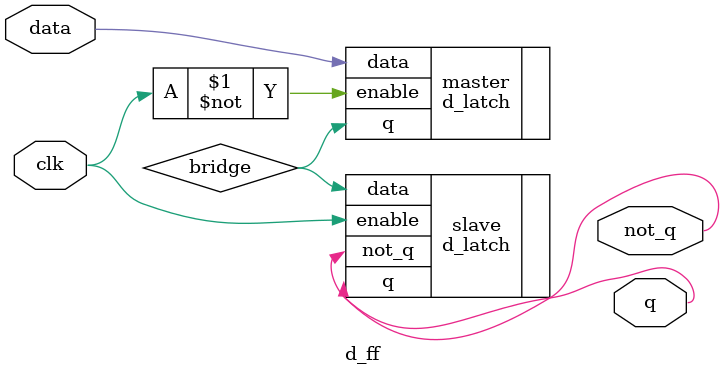
<source format=v>
`timescale 1 ns / 100 ps

module d_ff(input wire data, input wire clk, output wire q, output wire not_q);

	wire bridge;

	d_latch master(.data(data), .enable(~clk), .q(bridge));
	d_latch slave (.data(bridge), .enable(clk), .q(q), .not_q(not_q));

endmodule
</source>
